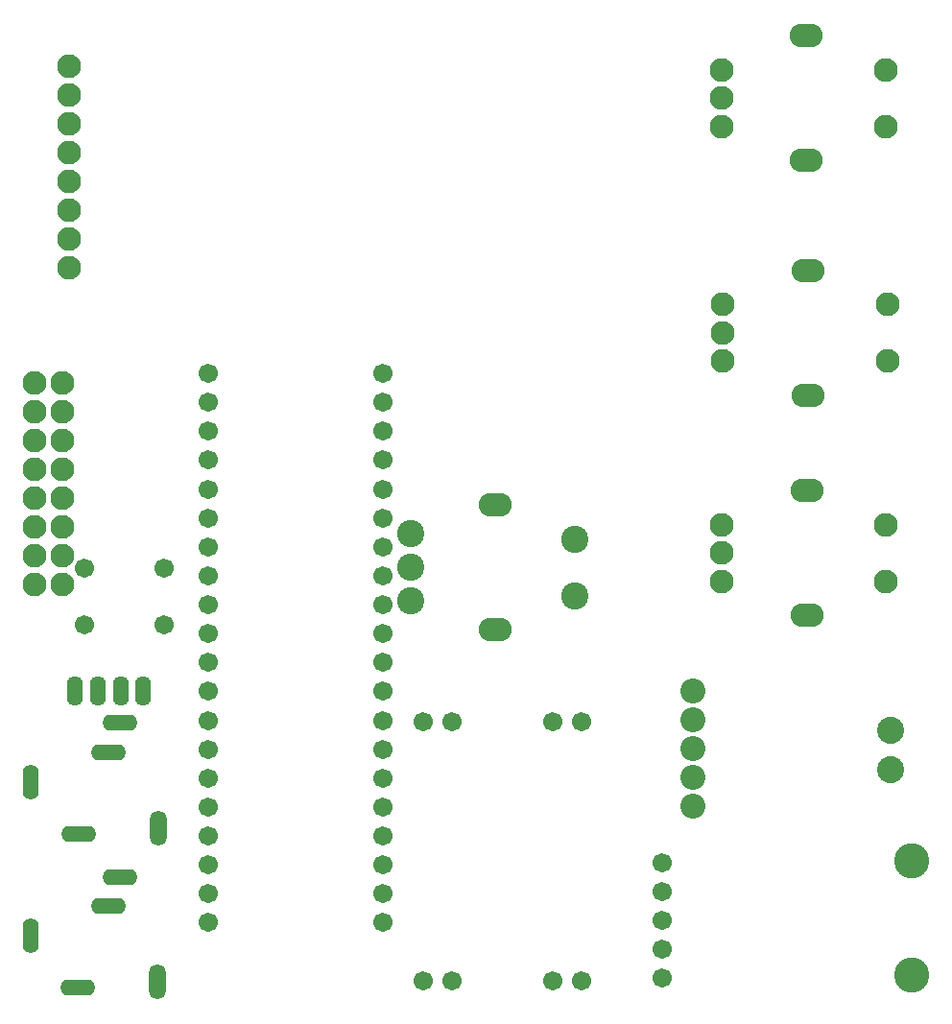
<source format=gts>
G04 Layer: TopSolderMaskLayer*
G04 EasyEDA v6.5.54, 2026-02-11 12:30:12*
G04 eb789f6f9b4241e9a458f17a6f4b8d6f,92e600de7ff74937a4e092c024f19ce6,10*
G04 Gerber Generator version 0.2*
G04 Scale: 100 percent, Rotated: No, Reflected: No *
G04 Dimensions in millimeters *
G04 leading zeros omitted , absolute positions ,4 integer and 5 decimal *
%FSLAX45Y45*%
%MOMM*%

%ADD10C,2.4016*%
%ADD11O,2.901594X2.101596*%
%ADD12C,2.1016*%
%ADD13C,1.7016*%
%ADD14C,3.1013*%
%ADD15C,2.2032*%
%ADD16C,0.0129*%
%ADD17C,2.3876*%
%ADD18O,1.3716X2.6416*%
%ADD19O,1.39159X2.6416*%
%ADD20C,2.1020*%
%ADD21O,3.100019X1.400023*%
%ADD22O,1.500022X3.100019*%
%ADD23O,1.400023X3.100019*%

%LPD*%
D10*
G01*
X-3418867Y4353991D03*
G01*
X-3418867Y4053992D03*
G01*
X-3418867Y3753993D03*
G01*
X-1968883Y3801338D03*
G01*
X-1968883Y4301337D03*
D11*
G01*
X-2668882Y4601337D03*
G01*
X-2668882Y3501339D03*
D12*
G01*
X-6426202Y6692900D03*
G01*
X-6426202Y6946900D03*
G01*
X-6426202Y7200900D03*
G01*
X-6426202Y7454900D03*
G01*
X-6426202Y7708900D03*
G01*
X-6426202Y7962900D03*
G01*
X-6426202Y8216900D03*
G01*
X-6426202Y8470900D03*
D13*
G01*
X-1193802Y1447800D03*
G01*
X-1193802Y1193800D03*
G01*
X-1193802Y939800D03*
G01*
X-1193802Y685800D03*
G01*
X-1193802Y431800D03*
D14*
G01*
X1003297Y1460500D03*
G01*
X1003297Y457200D03*
D15*
G01*
X-924841Y1943100D03*
D17*
G01*
X815058Y2268397D03*
G01*
X815058Y2618409D03*
D15*
G01*
X-924841Y2959100D03*
G01*
X-924841Y2705100D03*
G01*
X-924841Y2451100D03*
G01*
X-924841Y2197100D03*
D13*
G01*
X-3309317Y406400D03*
G01*
X-1909269Y406400D03*
G01*
X-3309317Y2686812D03*
G01*
X-1909269Y2686812D03*
G01*
X-3056155Y2686812D03*
G01*
X-2163269Y2686812D03*
G01*
X-2164361Y405536D03*
G01*
X-3055444Y406247D03*
D18*
G01*
X-6177993Y2959100D03*
G01*
X-6376291Y2959100D03*
G01*
X-5776292Y2959100D03*
D19*
G01*
X-5976292Y2959100D03*
D12*
G01*
X-6731002Y5676900D03*
G01*
X-6731002Y5422900D03*
G01*
X-6731002Y5168900D03*
G01*
X-6731002Y4914900D03*
G01*
X-6731002Y4660900D03*
D20*
G01*
X-6731002Y4406900D03*
G01*
X-6731002Y4152900D03*
G01*
X-6731002Y3898900D03*
D12*
G01*
X-6489702Y5676900D03*
G01*
X-6489702Y5422900D03*
G01*
X-6489702Y5168900D03*
G01*
X-6489702Y4914900D03*
G01*
X-6489702Y4660900D03*
D20*
G01*
X-6489702Y4406900D03*
G01*
X-6489702Y4152900D03*
G01*
X-6489702Y3898900D03*
D13*
G01*
X-6293563Y4047286D03*
G01*
X-5593615Y4047286D03*
G01*
X-6293563Y3547313D03*
G01*
X-5593615Y3547313D03*
D12*
G01*
X-671934Y4428312D03*
G01*
X-671934Y4178325D03*
G01*
X-671934Y3928313D03*
G01*
X778050Y3928313D03*
G01*
X778050Y4428312D03*
D11*
G01*
X78051Y4728311D03*
G01*
X78051Y3628313D03*
D12*
G01*
X-674194Y8441486D03*
G01*
X-674194Y8191500D03*
G01*
X-674194Y7941487D03*
G01*
X775789Y7941487D03*
G01*
X775789Y8441486D03*
D11*
G01*
X75791Y8741486D03*
G01*
X75791Y7641488D03*
D12*
G01*
X-661494Y6371412D03*
G01*
X-661494Y6121425D03*
G01*
X-661494Y5871413D03*
G01*
X788489Y5871413D03*
G01*
X788489Y6371412D03*
D11*
G01*
X88491Y6671411D03*
G01*
X88491Y5571413D03*
D13*
G01*
X-3659304Y917117D03*
G01*
X-3659304Y1172159D03*
G01*
X-3659304Y1427200D03*
G01*
X-3659304Y5252999D03*
G01*
X-3659304Y2702458D03*
G01*
X-3659304Y3722674D03*
G01*
X-3659304Y4232782D03*
G01*
X-3659304Y2447417D03*
G01*
X-3659304Y4487824D03*
G01*
X-3659304Y3977741D03*
G01*
X-3659304Y3467633D03*
G01*
X-3659304Y5508040D03*
G01*
X-3659304Y4997932D03*
G01*
X-3659304Y2957525D03*
G01*
X-3659304Y1937308D03*
G01*
X-3659304Y1682267D03*
G01*
X-3659304Y2192375D03*
G01*
X-3659304Y5763107D03*
G01*
X-3659304Y3212566D03*
G01*
X-3659304Y4742891D03*
G01*
X-5205300Y4742891D03*
G01*
X-5205300Y3212566D03*
G01*
X-5205300Y5763107D03*
G01*
X-5205300Y2192375D03*
G01*
X-5205300Y1682267D03*
G01*
X-5205300Y1937308D03*
G01*
X-5205300Y2957525D03*
G01*
X-5205300Y4997932D03*
G01*
X-5205300Y5508040D03*
G01*
X-5205300Y3467633D03*
G01*
X-5205300Y3977741D03*
G01*
X-5205300Y4487824D03*
G01*
X-5205300Y2447417D03*
G01*
X-5205300Y4232782D03*
G01*
X-5205300Y3722674D03*
G01*
X-5205300Y2702458D03*
G01*
X-5205300Y5252999D03*
G01*
X-5205300Y1427200D03*
G01*
X-5205300Y1172159D03*
G01*
X-5205300Y917117D03*
D21*
G01*
X-6349443Y1699691D03*
D22*
G01*
X-5639437Y1749704D03*
D21*
G01*
X-6079441Y2419705D03*
G01*
X-5979441Y2679700D03*
D23*
G01*
X-6769432Y2159711D03*
D21*
G01*
X-6350002Y342900D03*
D22*
G01*
X-5651502Y393700D03*
D21*
G01*
X-6080000Y1062913D03*
G01*
X-5980000Y1322908D03*
D23*
G01*
X-6769991Y802919D03*
M02*

</source>
